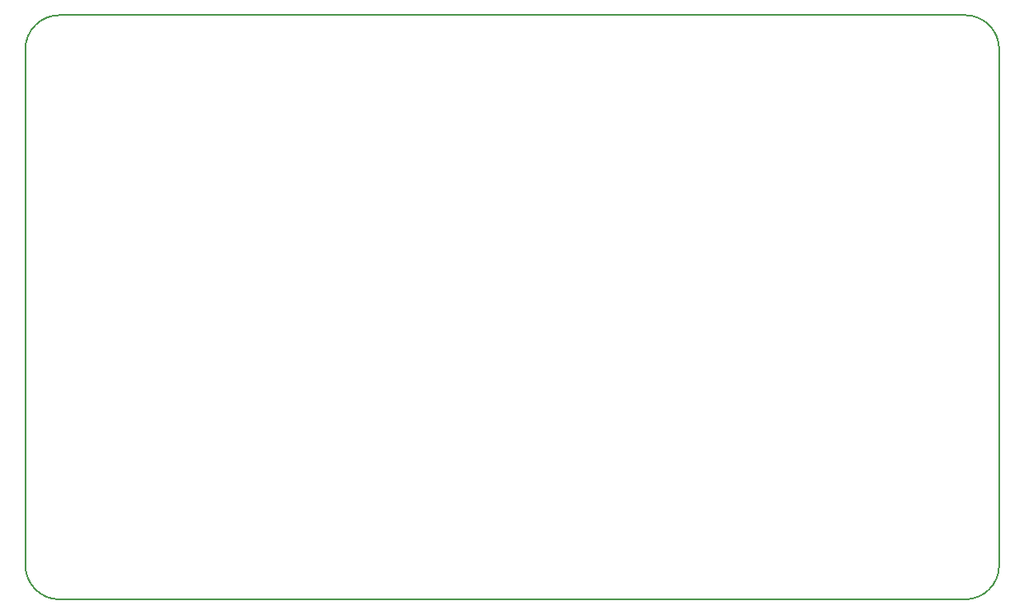
<source format=gm1>
G04 #@! TF.GenerationSoftware,KiCad,Pcbnew,7.0.1-3b83917a11~172~ubuntu22.10.1*
G04 #@! TF.CreationDate,2023-03-21T16:32:09+07:00*
G04 #@! TF.ProjectId,GatewayPlus_V1.4,47617465-7761-4795-906c-75735f56312e,rev?*
G04 #@! TF.SameCoordinates,Original*
G04 #@! TF.FileFunction,Profile,NP*
%FSLAX46Y46*%
G04 Gerber Fmt 4.6, Leading zero omitted, Abs format (unit mm)*
G04 Created by KiCad (PCBNEW 7.0.1-3b83917a11~172~ubuntu22.10.1) date 2023-03-21 16:32:09*
%MOMM*%
%LPD*%
G01*
G04 APERTURE LIST*
G04 #@! TA.AperFunction,Profile*
%ADD10C,0.200000*%
G04 #@! TD*
G04 APERTURE END LIST*
D10*
X97210000Y-61509056D02*
X97210000Y-114509054D01*
X100710002Y-118009054D02*
X193710000Y-118009054D01*
X197210000Y-61509056D02*
X197210000Y-114509056D01*
X100710000Y-58009060D02*
G75*
G03*
X97210000Y-61509056I0J-3500000D01*
G01*
X197210044Y-61509056D02*
G75*
G03*
X193710000Y-58009056I-3500044J-44D01*
G01*
X193710000Y-118009100D02*
G75*
G03*
X197210000Y-114509056I0J3500000D01*
G01*
X100710000Y-58009056D02*
X193710000Y-58009056D01*
X97210046Y-114509054D02*
G75*
G03*
X100710002Y-118009054I3499954J-46D01*
G01*
M02*

</source>
